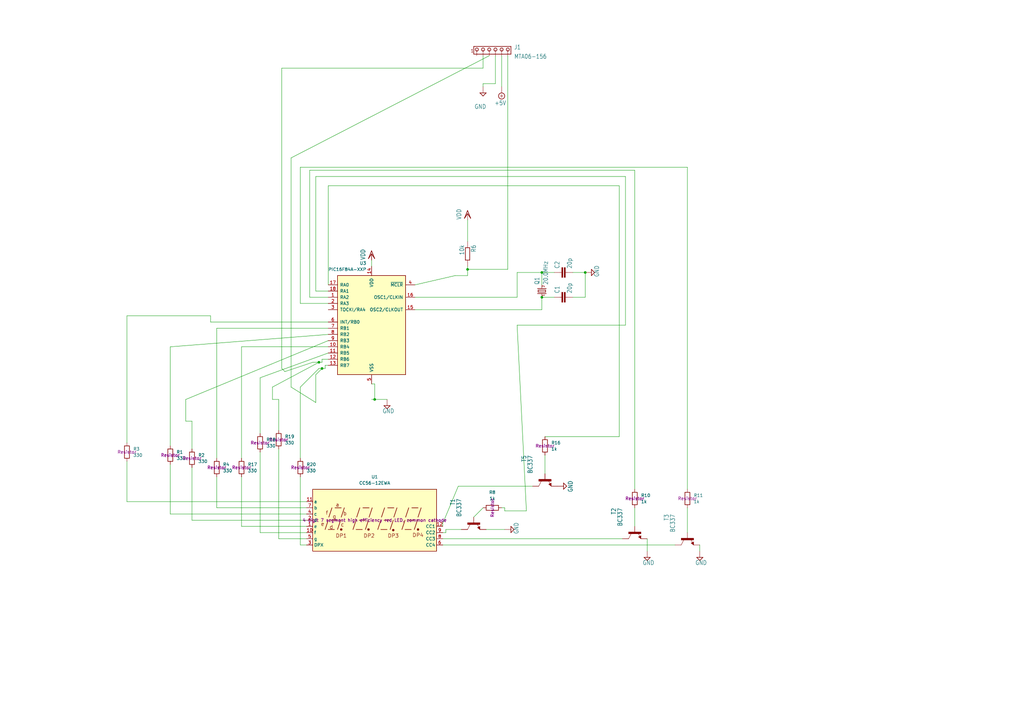
<source format=kicad_sch>
(kicad_sch (version 20250114) (generator "eeschema") (generator_version "9.0")
  (paper "A3")
  (lib_symbols
    (symbol "Device:R" (pin_numbers (hide yes)) (pin_names (offset 0))
      (property "Reference" "R" (at 2.032 0 90))
      (property "Value" "R" (at 0 0 90))
      (symbol "R_0_1"
        (rectangle (start -1.016 -2.54) (end 1.016 2.54) (stroke (width 0.254)))
      )
      (symbol "R_1_1"
        (pin passive line (at 0 3.81 270) (length 1.27) (name "~") (number "1"))
        (pin passive line (at 0 -3.81 90) (length 1.27) (name "~") (number "2"))
      )
    )
    (symbol "Display_Character:CC56-12EWA"
      (property "Reference" "U" (at -24.13 13.97 0))
      (property "Value" "CC56-12EWA" (at 19.05 13.97 0))
      (symbol "CC56-12EWA_0_0"
        (rectangle (start -25.4 12.7) (end 25.4 -12.7) (stroke (width 0.254)) (fill (type background)))
        (polyline (pts (xy -20.32 -3.81) (xy -19.05 0)) (stroke (width 0.254)))
        (polyline (pts (xy -19.05 -3.81) (xy -16.51 -3.81)) (stroke (width 0.254)))
        (polyline (pts (xy -18.796 1.27) (xy -17.526 5.08)) (stroke (width 0.254)))
        (polyline (pts (xy -17.78 0) (xy -15.24 0)) (stroke (width 0.254)))
        (polyline (pts (xy -16.256 5.08) (xy -13.716 5.08)) (stroke (width 0.254)))
        (polyline (pts (xy -15.24 -3.81) (xy -13.97 0)) (stroke (width 0.254)))
        (polyline (pts (xy -13.716 1.27) (xy -12.446 5.08)) (stroke (width 0.254)))
        (polyline (pts (xy -8.89 -3.81) (xy -7.62 0)) (stroke (width 0.254)))
        (polyline (pts (xy -7.62 -3.81) (xy -5.08 -3.81)) (stroke (width 0.254)))
        (polyline (pts (xy -7.366 1.27) (xy -6.096 5.08)) (stroke (width 0.254)))
        (polyline (pts (xy -6.35 0) (xy -3.81 0)) (stroke (width 0.254)))
        (polyline (pts (xy -4.826 5.08) (xy -2.286 5.08)) (stroke (width 0.254)))
        (polyline (pts (xy -3.81 -3.81) (xy -2.54 0)) (stroke (width 0.254)))
        (polyline (pts (xy -2.286 1.27) (xy -1.016 5.08)) (stroke (width 0.254)))
        (polyline (pts (xy 1.27 -3.81) (xy 2.54 0)) (stroke (width 0.254)))
        (polyline (pts (xy 2.54 -3.81) (xy 5.08 -3.81)) (stroke (width 0.254)))
        (polyline (pts (xy 2.794 1.27) (xy 4.064 5.08)) (stroke (width 0.254)))
        (polyline (pts (xy 3.81 0) (xy 6.35 0)) (stroke (width 0.254)))
        (polyline (pts (xy 5.334 5.08) (xy 7.874 5.08)) (stroke (width 0.254)))
        (polyline (pts (xy 6.35 -3.81) (xy 7.62 0)) (stroke (width 0.254)))
        (polyline (pts (xy 7.874 1.27) (xy 9.144 5.08)) (stroke (width 0.254)))
        (polyline (pts (xy 11.176 -3.81) (xy 12.446 0)) (stroke (width 0.254)))
        (polyline (pts (xy 12.446 -3.81) (xy 14.986 -3.81)) (stroke (width 0.254)))
        (polyline (pts (xy 12.7 1.27) (xy 13.97 5.08)) (stroke (width 0.254)))
        (polyline (pts (xy 13.716 0) (xy 16.256 0)) (stroke (width 0.254)))
        (polyline (pts (xy 15.24 5.08) (xy 17.78 5.08)) (stroke (width 0.254)))
        (polyline (pts (xy 16.256 -3.81) (xy 17.526 0)) (stroke (width 0.254)))
        (polyline (pts (xy 17.78 1.27) (xy 19.05 5.08)) (stroke (width 0.254)))
        (text "e" (at -21.336 -1.524 0) (effects (font (size 1.524 1.524))))
        (text "f" (at -19.558 3.048 0) (effects (font (size 1.524 1.524))))
        (text "d" (at -17.78 -2.794 0) (effects (font (size 1.524 1.524))))
        (text "g" (at -16.51 1.524 0) (effects (font (size 1.524 1.524))))
        (text "a" (at -15.24 6.35 0) (effects (font (size 1.524 1.524))))
        (text "DP1" (at -13.716 -6.35 0) (effects (font (size 1.524 1.524))))
        (text "c" (at -13.208 -1.778 0) (effects (font (size 1.524 1.524))))
        (text "b" (at -12.192 2.794 0) (effects (font (size 1.524 1.524))))
        (text "DP2" (at -2.286 -6.35 0) (effects (font (size 1.524 1.524))))
        (text "DP3" (at 7.62 -6.35 0) (effects (font (size 1.524 1.524))))
        (text "DP4" (at 17.78 -6.096 0) (effects (font (size 1.524 1.524))))
      )
      (symbol "CC56-12EWA_0_1"
        (circle (center -13.716 -3.81) (radius 0.3556) (stroke (width 0.254)) (fill (type outline)))
        (circle (center -2.54 -3.81) (radius 0.3556) (stroke (width 0.254)) (fill (type outline)))
      )
      (symbol "CC56-12EWA_1_0"
        (circle (center 7.62 -4.064) (radius 0.3556) (stroke (width 0.254)) (fill (type outline)))
        (circle (center 17.78 -3.81) (radius 0.3556) (stroke (width 0.254)) (fill (type outline)))
      )
      (symbol "CC56-12EWA_1_1"
        (pin input line (at -27.94 7.62 0) (length 2.54) (name "a") (number "11"))
        (pin input line (at -27.94 5.08 0) (length 2.54) (name "b") (number "7"))
        (pin input line (at -27.94 2.54 0) (length 2.54) (name "c") (number "4"))
        (pin input line (at -27.94 0 0) (length 2.54) (name "d") (number "2"))
        (pin input line (at -27.94 -2.54 0) (length 2.54) (name "e") (number "1"))
        (pin input line (at -27.94 -5.08 0) (length 2.54) (name "f") (number "10"))
        (pin input line (at -27.94 -7.62 0) (length 2.54) (name "g") (number "5"))
        (pin input line (at -27.94 -10.16 0) (length 2.54) (name "DPX") (number "3"))
        (pin input line (at 27.94 -2.54 180) (length 2.54) (name "CC1") (number "12"))
        (pin input line (at 27.94 -5.08 180) (length 2.54) (name "CC2") (number "9"))
        (pin input line (at 27.94 -7.62 180) (length 2.54) (name "CC3") (number "8"))
        (pin input line (at 27.94 -10.16 180) (length 2.54) (name "CC4") (number "6"))
      )
    )
    (symbol "MCU_Microchip_PIC16:PIC16F84A-XXP" (pin_names (offset 1.016))
      (property "Reference" "U" (at 2.54 22.86 0))
      (property "Value" "PIC16F84A-XXP" (at 2.54 20.32 0))
      (symbol "PIC16F84A-XXP_0_1"
        (rectangle (start -13.97 19.05) (end 13.97 -21.59) (stroke (width 0.254)) (fill (type background)))
      )
      (symbol "PIC16F84A-XXP_1_1"
        (pin input line (at -17.78 15.24 0) (length 3.81) (name "~{MCLR}") (number "4"))
        (pin input line (at -17.78 10.16 0) (length 3.81) (name "OSC1/CLKIN") (number "16"))
        (pin output line (at -17.78 5.08 0) (length 3.81) (name "OSC2/CLKOUT") (number "15"))
        (pin power_in line (at 0 22.86 270) (length 3.81) (name "VDD") (number "14"))
        (pin power_in line (at 0 -25.4 90) (length 3.81) (name "VSS") (number "5"))
        (pin bidirectional line (at 17.78 15.24 180) (length 3.81) (name "RA0") (number "17"))
        (pin bidirectional line (at 17.78 12.7 180) (length 3.81) (name "RA1") (number "18"))
        (pin bidirectional line (at 17.78 10.16 180) (length 3.81) (name "RA2") (number "1"))
        (pin bidirectional line (at 17.78 7.62 180) (length 3.81) (name "RA3") (number "2"))
        (pin bidirectional line (at 17.78 5.08 180) (length 3.81) (name "TOCKI/RA4") (number "3"))
        (pin bidirectional line (at 17.78 0 180) (length 3.81) (name "INT/RB0") (number "6"))
        (pin bidirectional line (at 17.78 -2.54 180) (length 3.81) (name "RB1") (number "7"))
        (pin bidirectional line (at 17.78 -5.08 180) (length 3.81) (name "RB2") (number "8"))
        (pin bidirectional line (at 17.78 -7.62 180) (length 3.81) (name "RB3") (number "9"))
        (pin bidirectional line (at 17.78 -10.16 180) (length 3.81) (name "RB4") (number "10"))
        (pin bidirectional line (at 17.78 -12.7 180) (length 3.81) (name "RB5") (number "11"))
        (pin bidirectional line (at 17.78 -15.24 180) (length 3.81) (name "RB6") (number "12"))
        (pin bidirectional line (at 17.78 -17.78 180) (length 3.81) (name "RB7") (number "13"))
      )
    )
    (symbol "schemat_regulatora-eagle-import:+5V" (power)
      (property "Value" "+5V" (at -1.905 3.175 0))
      (symbol "+5V_1_0"
        (polyline (pts (xy -0.635 1.27) (xy 0.635 1.27)) (stroke (width 0.1524)))
        (circle (center 0 1.27) (radius 1.27) (stroke (width 0.254)))
        (polyline (pts (xy 0 0.635) (xy 0 1.905)) (stroke (width 0.1524)))
        (pin power_in line (at 0 -2.54 90) (length 2.54) (name "+5V") (number "1"))
      )
    )
    (symbol "schemat_regulatora-eagle-import:BC337"
      (property "Reference" "T" (at -10.16 7.62 0))
      (property "Value" "BC337" (at -10.16 5.08 0))
      (symbol "BC337_1_0"
        (rectangle (start -0.254 -2.54) (end 0.508 2.54) (fill (type outline)))
        (polyline (pts (xy 1.27 -2.54) (xy 1.778 -1.524)) (stroke (width 0.1524)))
        (polyline (pts (xy 1.524 -2.286) (xy 1.905 -2.286)) (stroke (width 0.254)))
        (polyline (pts (xy 1.524 -2.413) (xy 2.286 -2.413)) (stroke (width 0.254)))
        (polyline (pts (xy 1.54 -2.04) (xy 0.308 -1.424)) (stroke (width 0.1524)))
        (polyline (pts (xy 1.778 -1.524) (xy 2.54 -2.54)) (stroke (width 0.1524)))
        (polyline (pts (xy 1.778 -1.778) (xy 1.524 -2.286)) (stroke (width 0.254)))
        (polyline (pts (xy 1.905 -2.286) (xy 1.778 -2.032)) (stroke (width 0.254)))
        (polyline (pts (xy 2.286 -2.413) (xy 1.778 -1.778)) (stroke (width 0.254)))
        (polyline (pts (xy 2.54 2.54) (xy 0.508 1.524)) (stroke (width 0.1524)))
        (polyline (pts (xy 2.54 -2.54) (xy 1.27 -2.54)) (stroke (width 0.1524)))
        (pin passive line (at -2.54 0 0) (length 2.54) (name "B") (number "2"))
        (pin passive line (at 2.54 5.08 270) (length 2.54) (name "C") (number "3"))
        (pin passive line (at 2.54 -5.08 90) (length 2.54) (name "E") (number "1"))
      )
    )
    (symbol "schemat_regulatora-eagle-import:C5/4.5"
      (property "Reference" "C" (at 1.524 0.381 0))
      (property "Value" "C5{slash}4.5" (at 1.524 -4.699 0))
      (symbol "C5/4.5_1_0"
        (rectangle (start -2.032 -1.016) (end 2.032 -0.508) (fill (type outline)))
        (rectangle (start -2.032 -2.032) (end 2.032 -1.524) (fill (type outline)))
        (polyline (pts (xy 0 0) (xy 0 -0.508)) (stroke (width 0.1524)))
        (polyline (pts (xy 0 -2.54) (xy 0 -2.032)) (stroke (width 0.1524)))
        (pin passive line (at 0 2.54 270) (length 2.54) (name "1") (number "1"))
        (pin passive line (at 0 -5.08 90) (length 2.54) (name "2") (number "2"))
      )
    )
    (symbol "schemat_regulatora-eagle-import:CRYSTALHC49S"
      (property "Reference" "Q" (at 2.54 1.016 0))
      (property "Value" "CRYSTALHC49S" (at 2.54 -2.54 0))
      (symbol "CRYSTALHC49S_1_0"
        (polyline (pts (xy -2.54 0) (xy -1.016 0)) (stroke (width 0.1524)))
        (polyline (pts (xy -1.016 1.778) (xy -1.016 -1.778)) (stroke (width 0.254)))
        (polyline (pts (xy -0.381 1.524) (xy -0.381 -1.524)) (stroke (width 0.254)))
        (polyline (pts (xy -0.381 -1.524) (xy 0.381 -1.524)) (stroke (width 0.254)))
        (polyline (pts (xy 0.381 1.524) (xy -0.381 1.524)) (stroke (width 0.254)))
        (polyline (pts (xy 0.381 -1.524) (xy 0.381 1.524)) (stroke (width 0.254)))
        (polyline (pts (xy 1.016 1.778) (xy 1.016 -1.778)) (stroke (width 0.254)))
        (polyline (pts (xy 1.016 0) (xy 2.54 0)) (stroke (width 0.1524)))
        (text "1" (at -2.159 -1.143 0) (effects (font (size 0.8636 0.734)) (justify left bottom)))
        (text "2" (at 1.524 -1.143 0) (effects (font (size 0.8636 0.734)) (justify left bottom)))
        (pin passive line (at -2.54 0 0) (length 0) (name "1") (number "1"))
        (pin passive line (at 2.54 0 180) (length 0) (name "2") (number "2"))
      )
    )
    (symbol "schemat_regulatora-eagle-import:GND" (power)
      (property "Value" "GND" (at -1.905 -3.175 0))
      (symbol "GND_1_0"
        (polyline (pts (xy -1.27 0) (xy 1.27 0)) (stroke (width 0.254)))
        (polyline (pts (xy 0 -1.27) (xy -1.27 0)) (stroke (width 0.254)))
        (polyline (pts (xy 1.27 0) (xy 0 -1.27)) (stroke (width 0.254)))
        (pin power_in line (at 0 2.54 270) (length 2.54) (name "GND") (number "1"))
      )
    )
    (symbol "schemat_regulatora-eagle-import:MTA06-156"
      (property "Reference" "J" (at 15.24 0 0))
      (property "Value" "MTA06-156" (at 15.24 -3.81 0))
      (symbol "MTA06-156_1_0"
        (polyline (pts (xy -1.27 1.27) (xy -1.27 -1.905)) (stroke (width 0.254)))
        (polyline (pts (xy -1.27 1.27) (xy 13.97 1.27)) (stroke (width 0.254)))
        (circle (center 0 0) (radius 0.635) (stroke (width 0.254)))
        (circle (center 2.54 0) (radius 0.635) (stroke (width 0.254)))
        (circle (center 5.08 0) (radius 0.635) (stroke (width 0.254)))
        (circle (center 7.62 0) (radius 0.635) (stroke (width 0.254)))
        (circle (center 10.16 0) (radius 0.635) (stroke (width 0.254)))
        (circle (center 12.7 0) (radius 0.635) (stroke (width 0.254)))
        (polyline (pts (xy 13.97 -1.905) (xy -1.27 -1.905)) (stroke (width 0.254)))
        (polyline (pts (xy 13.97 -1.905) (xy 13.97 1.27)) (stroke (width 0.254)))
        (text "1" (at -2.54 -1.27 0) (effects (font (size 1.27 1.0795)) (justify left bottom)))
        (pin passive line (at 0 -2.54 90) (length 2.54) (name "1") (number "1"))
        (pin passive line (at 2.54 -2.54 90) (length 2.54) (name "2") (number "2"))
        (pin passive line (at 5.08 -2.54 90) (length 2.54) (name "3") (number "3"))
        (pin passive line (at 7.62 -2.54 90) (length 2.54) (name "4") (number "4"))
        (pin passive line (at 10.16 -2.54 90) (length 2.54) (name "5") (number "5"))
        (pin passive line (at 12.7 -2.54 90) (length 2.54) (name "6") (number "6"))
      )
    )
    (symbol "schemat_regulatora-eagle-import:R-EU_0204/7"
      (property "Reference" "R" (at -3.81 1.4986 0))
      (property "Value" "R-EU_0204{slash}7" (at -3.81 -3.302 0))
      (symbol "R-EU_0204/7_1_0"
        (polyline (pts (xy -2.54 -0.889) (xy -2.54 0.889)) (stroke (width 0.254)))
        (polyline (pts (xy -2.54 -0.889) (xy 2.54 -0.889)) (stroke (width 0.254)))
        (polyline (pts (xy 2.54 0.889) (xy -2.54 0.889)) (stroke (width 0.254)))
        (polyline (pts (xy 2.54 -0.889) (xy 2.54 0.889)) (stroke (width 0.254)))
        (pin passive line (at -5.08 0 0) (length 2.54) (name "1") (number "1"))
        (pin passive line (at 5.08 0 180) (length 2.54) (name "2") (number "2"))
      )
    )
    (symbol "schemat_regulatora-eagle-import:VDD" (power)
      (property "Value" "VDD" (at -2.54 -2.54 90))
      (symbol "VDD_1_0"
        (polyline (pts (xy 0 1.27) (xy -1.27 -1.905)) (stroke (width 0.254)))
        (polyline (pts (xy 0 0) (xy -1.27 -1.905)) (stroke (width 0.254)))
        (polyline (pts (xy 1.27 -1.905) (xy 0 1.27)) (stroke (width 0.254)))
        (polyline (pts (xy 1.27 -1.905) (xy 0 0)) (stroke (width 0.254)))
        (pin power_in line (at 0 -2.54 90) (length 2.54) (name "VDD") (number "1"))
      )
    )
  )
  (junction (at 222.25 121.92))
  (junction (at 130.81 148.59))
  (junction (at 240.03 111.76))
  (junction (at 132.08 151.13))
  (junction (at 222.25 111.76))
  (junction (at 191.77 110.49))
  (junction (at 153.67 163.83))
  (wire (pts (xy 88.9 195.58) (xy 88.9 208.28)))
  (wire (pts (xy 208.28 22.86) (xy 208.28 110.49)))
  (wire (pts (xy 99.06 215.9) (xy 125.73 215.9)))
  (wire (pts (xy 212.09 111.76) (xy 222.25 111.76)))
  (wire (pts (xy 205.74 22.86) (xy 205.74 35.56)))
  (wire (pts (xy 127 69.85) (xy 127 121.92)))
  (wire (pts (xy 152.4 163.83) (xy 153.67 163.83)))
  (wire (pts (xy 99.06 215.9) (xy 99.06 195.58)))
  (wire (pts (xy 123.19 158.75) (xy 130.81 151.13)))
  (wire (pts (xy 254 179.07) (xy 223.52 179.07)))
  (wire (pts (xy 129.54 153.67) (xy 132.08 151.13)))
  (wire (pts (xy 134.62 149.86) (xy 133.35 149.86)))
  (wire (pts (xy 78.74 213.36) (xy 125.73 213.36)))
  (wire (pts (xy 133.35 151.13) (xy 132.08 151.13)))
  (wire (pts (xy 223.52 194.31) (xy 223.52 186.69)))
  (wire (pts (xy 123.19 158.75) (xy 123.19 187.96)))
  (wire (pts (xy 123.19 195.58) (xy 123.19 223.52)))
  (wire (pts (xy 260.35 69.85) (xy 260.35 200.66)))
  (wire (pts (xy 132.08 151.13) (xy 130.81 151.13)))
  (wire (pts (xy 181.61 220.98) (xy 255.27 220.98)))
  (wire (pts (xy 123.19 68.58) (xy 281.94 68.58)))
  (wire (pts (xy 170.18 127) (xy 222.25 127)))
  (wire (pts (xy 234.95 121.92) (xy 240.03 121.92)))
  (wire (pts (xy 119.38 64.77) (xy 119.38 158.75)))
  (wire (pts (xy 78.74 191.77) (xy 78.74 213.36)))
  (wire (pts (xy 106.68 185.42) (xy 106.68 218.44)))
  (wire (pts (xy 134.62 147.32) (xy 132.08 147.32)))
  (wire (pts (xy 132.08 148.59) (xy 130.81 148.59)))
  (wire (pts (xy 69.85 142.24) (xy 69.85 182.88)))
  (wire (pts (xy 115.57 27.94) (xy 115.57 151.13)))
  (wire (pts (xy 111.76 158.75) (xy 130.81 148.59)))
  (wire (pts (xy 69.85 190.5) (xy 69.85 210.82)))
  (wire (pts (xy 198.12 27.94) (xy 198.12 22.86)))
  (wire (pts (xy 114.3 184.15) (xy 114.3 220.98)))
  (wire (pts (xy 52.07 129.54) (xy 52.07 181.61)))
  (wire (pts (xy 115.57 27.94) (xy 198.12 27.94)))
  (wire (pts (xy 198.12 34.29) (xy 198.12 35.56)))
  (wire (pts (xy 240.03 111.76) (xy 234.95 111.76)))
  (wire (pts (xy 115.57 151.13) (xy 116.84 152.4)))
  (wire (pts (xy 260.35 69.85) (xy 127 69.85)))
  (wire (pts (xy 181.61 215.9) (xy 181.61 214.63)))
  (wire (pts (xy 133.35 149.86) (xy 133.35 151.13)))
  (wire (pts (xy 212.09 133.35) (xy 256.54 133.35)))
  (wire (pts (xy 212.09 121.92) (xy 212.09 111.76)))
  (wire (pts (xy 256.54 72.39) (xy 129.54 72.39)))
  (wire (pts (xy 254 76.2) (xy 254 179.07)))
  (wire (pts (xy 207.01 208.28) (xy 207.01 209.55)))
  (wire (pts (xy 199.39 217.17) (xy 207.01 217.17)))
  (wire (pts (xy 119.38 158.75) (xy 129.54 165.1)))
  (wire (pts (xy 191.77 109.22) (xy 191.77 110.49)))
  (wire (pts (xy 132.08 147.32) (xy 132.08 148.59)))
  (wire (pts (xy 265.43 226.06) (xy 265.43 220.98)))
  (wire (pts (xy 78.74 172.72) (xy 78.74 184.15)))
  (wire (pts (xy 125.73 205.74) (xy 52.07 205.74)))
  (wire (pts (xy 129.54 119.38) (xy 134.62 119.38)))
  (wire (pts (xy 88.9 208.28) (xy 125.73 208.28)))
  (wire (pts (xy 76.2 172.72) (xy 78.74 172.72)))
  (wire (pts (xy 99.06 142.24) (xy 134.62 142.24)))
  (wire (pts (xy 123.19 124.46) (xy 123.19 68.58)))
  (wire (pts (xy 114.3 220.98) (xy 125.73 220.98)))
  (wire (pts (xy 134.62 137.16) (xy 69.85 142.24)))
  (wire (pts (xy 88.9 134.62) (xy 88.9 187.96)))
  (wire (pts (xy 203.2 22.86) (xy 203.2 34.29)))
  (wire (pts (xy 76.2 163.83) (xy 76.2 172.72)))
  (wire (pts (xy 106.68 218.44) (xy 125.73 218.44)))
  (wire (pts (xy 215.9 209.55) (xy 212.09 133.35)))
  (wire (pts (xy 256.54 133.35) (xy 256.54 72.39)))
  (wire (pts (xy 222.25 116.84) (xy 222.25 111.76)))
  (wire (pts (xy 170.18 121.92) (xy 212.09 121.92)))
  (wire (pts (xy 207.01 209.55) (xy 215.9 209.55)))
  (wire (pts (xy 281.94 208.28) (xy 281.94 218.44)))
  (wire (pts (xy 153.67 163.83) (xy 158.75 163.83)))
  (wire (pts (xy 181.61 218.44) (xy 182.88 218.44)))
  (wire (pts (xy 191.77 90.17) (xy 191.77 99.06)))
  (wire (pts (xy 153.67 157.48) (xy 153.67 163.83)))
  (wire (pts (xy 111.76 158.75) (xy 111.76 163.83)))
  (wire (pts (xy 86.36 132.08) (xy 134.62 132.08)))
  (wire (pts (xy 287.02 226.06) (xy 287.02 223.52)))
  (wire (pts (xy 114.3 163.83) (xy 114.3 176.53)))
  (wire (pts (xy 129.54 165.1) (xy 129.54 153.67)))
  (wire (pts (xy 129.54 72.39) (xy 129.54 119.38)))
  (wire (pts (xy 260.35 208.28) (xy 260.35 215.9)))
  (wire (pts (xy 86.36 129.54) (xy 52.07 129.54)))
  (wire (pts (xy 281.94 68.58) (xy 281.94 200.66)))
  (wire (pts (xy 182.88 218.44) (xy 182.88 217.17)))
  (wire (pts (xy 152.4 109.22) (xy 152.4 106.68)))
  (wire (pts (xy 106.68 154.94) (xy 134.62 144.78)))
  (wire (pts (xy 134.62 116.84) (xy 134.62 76.2)))
  (wire (pts (xy 187.96 199.39) (xy 218.44 199.39)))
  (wire (pts (xy 198.12 208.28) (xy 194.31 212.09)))
  (wire (pts (xy 181.61 223.52) (xy 276.86 223.52)))
  (wire (pts (xy 128.27 148.59) (xy 130.81 148.59)))
  (wire (pts (xy 198.12 34.29) (xy 203.2 34.29)))
  (wire (pts (xy 134.62 76.2) (xy 254 76.2)))
  (wire (pts (xy 240.03 121.92) (xy 240.03 111.76)))
  (wire (pts (xy 208.28 110.49) (xy 191.77 110.49)))
  (wire (pts (xy 222.25 111.76) (xy 227.33 111.76)))
  (wire (pts (xy 69.85 210.82) (xy 125.73 210.82)))
  (wire (pts (xy 186.69 113.03) (xy 170.18 116.84)))
  (wire (pts (xy 86.36 132.08) (xy 86.36 129.54)))
  (wire (pts (xy 99.06 187.96) (xy 99.06 142.24)))
  (wire (pts (xy 116.84 152.4) (xy 128.27 148.59)))
  (wire (pts (xy 222.25 121.92) (xy 227.33 121.92)))
  (wire (pts (xy 134.62 124.46) (xy 123.19 124.46)))
  (wire (pts (xy 207.01 208.28) (xy 205.74 208.28)))
  (wire (pts (xy 52.07 205.74) (xy 52.07 189.23)))
  (wire (pts (xy 191.77 113.03) (xy 191.77 110.49)))
  (wire (pts (xy 222.25 127) (xy 222.25 121.92)))
  (wire (pts (xy 127 121.92) (xy 134.62 121.92)))
  (wire (pts (xy 106.68 154.94) (xy 106.68 177.8)))
  (wire (pts (xy 134.62 139.7) (xy 76.2 163.83)))
  (wire (pts (xy 186.69 113.03) (xy 191.77 113.03)))
  (wire (pts (xy 123.19 223.52) (xy 125.73 223.52)))
  (wire (pts (xy 88.9 134.62) (xy 134.62 134.62)))
  (wire (pts (xy 111.76 163.83) (xy 114.3 163.83)))
  (wire (pts (xy 152.4 157.48) (xy 153.67 157.48)))
  (wire (pts (xy 181.61 214.63) (xy 187.96 199.39)))
  (wire (pts (xy 182.88 217.17) (xy 189.23 217.17)))
  (wire (pts (xy 119.38 64.77) (xy 200.66 22.86)))
  (symbol (lib_id "schemat_regulatora-eagle-import:GND") (at 158.75 166.37 0) (unit 1)
    (property "Reference" "#GND01" (effects (hide yes)))
    (property "Value" "GND" (at 156.845 169.545 0) (effects (font (size 1.778 1.5113)) (justify left bottom)))
    (property "Footprint" "schemat_regulatora:" (effects (hide yes)))
  )
  (symbol (lib_id "MCU_Microchip_PIC16:PIC16F84A-XXP") (at 152.4 132.08 0) (mirror y) (unit 1)
    (property "Reference" "U3" (at 150.2567 107.95 0) (effects (justify left)))
    (property "Value" "PIC16F84A-XXP" (at 150.2567 110.49 0) (effects (justify left)))
    (property "Footprint" "Package_DIP:DIP-18_W7.62mm" (effects (hide yes)))
    (property "Datasheet" "http://ww1.microchip.com/downloads/en/devicedoc/35007b.pdf" (effects (hide yes)))
    (property "Description" "PIC16F84A, 1K Flash, 68B SRAM, 64B EEPROM, DIP18" (effects (hide yes)))
  )
  (symbol (lib_id "schemat_regulatora-eagle-import:BC337") (at 223.52 196.85 90) (mirror x) (unit 1)
    (property "Reference" "T5" (at 215.9 186.69 0) (effects (font (size 1.778 1.5113)) (justify left bottom)))
    (property "Value" "BC337" (at 218.44 186.69 0) (effects (font (size 1.778 1.5113)) (justify left bottom)))
    (property "Footprint" "Package_TO_SOT_THT:TO-92_Inline" (effects (hide yes)))
  )
  (symbol (lib_id "schemat_regulatora-eagle-import:BC337") (at 260.35 218.44 90) (mirror x) (unit 1)
    (property "Reference" "T2" (at 252.73 208.28 0) (effects (font (size 1.778 1.5113)) (justify left bottom)))
    (property "Value" "BC337" (at 255.27 208.28 0) (effects (font (size 1.778 1.5113)) (justify left bottom)))
    (property "Footprint" "Package_TO_SOT_THT:TO-92_Inline" (effects (hide yes)))
  )
  (symbol (lib_id "Device:R") (at 106.68 181.61 180) (unit 1)
    (property "Reference" "R18" (at 109.22 180.3399 0) (effects (justify right)))
    (property "Value" "330" (at 109.22 182.8799 0) (effects (justify right)))
    (property "Footprint" "Resistor_THT:R_Axial_DIN0204_L3.6mm_D1.6mm_P7.62mm_Horizontal" (effects (hide yes)))
    (property "Description" "Resistor" (at 106.68 181.61 0))
  )
  (symbol (lib_id "Device:R") (at 52.07 185.42 180) (unit 1)
    (property "Reference" "R3" (at 54.61 184.1499 0) (effects (justify right)))
    (property "Value" "330" (at 54.61 186.6899 0) (effects (justify right)))
    (property "Footprint" "Resistor_THT:R_Axial_DIN0204_L3.6mm_D1.6mm_P7.62mm_Horizontal" (effects (hide yes)))
    (property "Description" "Resistor" (at 52.07 185.42 0))
  )
  (symbol (lib_id "Device:R") (at 99.06 191.77 180) (unit 1)
    (property "Reference" "R17" (at 101.6 190.4999 0) (effects (justify right)))
    (property "Value" "330" (at 101.6 193.0399 0) (effects (justify right)))
    (property "Footprint" "Resistor_THT:R_Axial_DIN0204_L3.6mm_D1.6mm_P7.62mm_Horizontal" (effects (hide yes)))
    (property "Description" "Resistor" (at 99.06 191.77 0))
  )
  (symbol (lib_id "Device:R") (at 114.3 180.34 180) (unit 1)
    (property "Reference" "R19" (at 116.84 179.0699 0) (effects (justify right)))
    (property "Value" "330" (at 116.84 181.6099 0) (effects (justify right)))
    (property "Footprint" "Resistor_THT:R_Axial_DIN0204_L3.6mm_D1.6mm_P7.62mm_Horizontal" (effects (hide yes)))
    (property "Description" "Resistor" (at 114.3 180.34 0))
  )
  (symbol (lib_id "Device:R") (at 78.74 187.96 180) (unit 1)
    (property "Reference" "R2" (at 81.28 186.6899 0) (effects (justify right)))
    (property "Value" "330" (at 81.28 189.2299 0) (effects (justify right)))
    (property "Footprint" "Resistor_THT:R_Axial_DIN0204_L3.6mm_D1.6mm_P7.62mm_Horizontal" (effects (hide yes)))
    (property "Description" "Resistor" (at 78.74 187.96 0))
  )
  (symbol (lib_id "schemat_regulatora-eagle-import:C5/4.5") (at 229.87 111.76 90) (unit 1)
    (property "Reference" "C2" (at 229.489 110.236 0) (effects (font (size 1.778 1.5113)) (justify left bottom)))
    (property "Value" "20p" (at 234.569 110.236 0) (effects (font (size 1.778 1.5113)) (justify left bottom)))
    (property "Footprint" "Capacitor_THT:C_Disc_D4.3mm_W1.9mm_P5.00mm" (effects (hide yes)))
  )
  (symbol (lib_id "Device:R") (at 123.19 191.77 180) (unit 1)
    (property "Reference" "R20" (at 125.73 190.4999 0) (effects (justify right)))
    (property "Value" "330" (at 125.73 193.0399 0) (effects (justify right)))
    (property "Footprint" "Resistor_THT:R_Axial_DIN0204_L3.6mm_D1.6mm_P7.62mm_Horizontal" (effects (hide yes)))
    (property "Description" "Resistor" (at 123.19 191.77 0))
  )
  (symbol (lib_id "Device:R") (at 88.9 191.77 180) (unit 1)
    (property "Reference" "R4" (at 91.44 190.4999 0) (effects (justify right)))
    (property "Value" "330" (at 91.44 193.0399 0) (effects (justify right)))
    (property "Footprint" "Resistor_THT:R_Axial_DIN0204_L3.6mm_D1.6mm_P7.62mm_Horizontal" (effects (hide yes)))
    (property "Description" "Resistor" (at 88.9 191.77 0))
  )
  (symbol (lib_id "schemat_regulatora-eagle-import:GND") (at 265.43 228.6 0) (unit 1)
    (property "Reference" "#GND04" (effects (hide yes)))
    (property "Value" "GND" (at 263.525 231.775 0) (effects (font (size 1.778 1.5113)) (justify left bottom)))
    (property "Footprint" "schemat_regulatora:" (effects (hide yes)))
  )
  (symbol (lib_id "schemat_regulatora-eagle-import:GND") (at 231.14 199.39 90) (unit 1)
    (property "Reference" "#GND09" (effects (hide yes)))
    (property "Value" "GND" (at 234.95 201.93 0) (effects (font (size 1.778 1.5113)) (justify left bottom)))
    (property "Footprint" "schemat_regulatora:" (effects (hide yes)))
  )
  (symbol (lib_id "Device:R") (at 201.93 208.28 90) (unit 1)
    (property "Reference" "R8" (at 201.93 201.93 90))
    (property "Value" "1k" (at 201.93 204.47 90))
    (property "Footprint" "Resistor_THT:R_Axial_DIN0204_L3.6mm_D1.6mm_P7.62mm_Horizontal" (effects (hide yes)))
    (property "Description" "Resistor" (at 201.93 208.28 0))
  )
  (symbol (lib_id "Device:R") (at 69.85 186.69 180) (unit 1)
    (property "Reference" "R1" (at 72.39 185.4199 0) (effects (justify right)))
    (property "Value" "330" (at 72.39 187.9599 0) (effects (justify right)))
    (property "Footprint" "Resistor_THT:R_Axial_DIN0204_L3.6mm_D1.6mm_P7.62mm_Horizontal" (effects (hide yes)))
    (property "Description" "Resistor" (at 69.85 186.69 0))
  )
  (symbol (lib_id "schemat_regulatora-eagle-import:GND") (at 198.12 38.1 0) (unit 1)
    (property "Reference" "#GND03" (effects (hide yes)))
    (property "Value" "GND" (at 194.564 44.704 0) (effects (font (size 1.778 1.5113)) (justify left bottom)))
    (property "Footprint" "schemat_regulatora:" (effects (hide yes)))
  )
  (symbol (lib_id "schemat_regulatora-eagle-import:GND") (at 242.57 111.76 90) (unit 1)
    (property "Reference" "#SUPPLY01" (effects (hide yes)))
    (property "Value" "GND" (at 245.745 113.665 0) (effects (font (size 1.778 1.5113)) (justify left bottom)))
    (property "Footprint" "schemat_regulatora:" (effects (hide yes)))
  )
  (symbol (lib_id "Display_Character:CC56-12EWA") (at 153.67 213.36 0) (unit 1)
    (property "Reference" "U1" (at 153.67 195.58 0))
    (property "Value" "CC56-12EWA" (at 153.67 198.12 0))
    (property "Footprint" "Display_7Segment:CA56-12EWA" (effects (hide yes)))
    (property "Datasheet" "http://www.kingbrightusa.com/images/catalog/SPEC/CA56-12EWA.pdf" (effects (hide yes)))
    (property "Description" "4 digit 7 segment high efficiency red LED, common cathode" (at 153.67 213.36 0))
  )
  (symbol (lib_id "Device:R") (at 260.35 204.47 180) (unit 1)
    (property "Reference" "R10" (at 262.89 203.1999 0) (effects (justify right)))
    (property "Value" "1k" (at 262.89 205.7399 0) (effects (justify right)))
    (property "Footprint" "Resistor_THT:R_Axial_DIN0204_L3.6mm_D1.6mm_P7.62mm_Horizontal" (effects (hide yes)))
    (property "Description" "Resistor" (at 260.35 204.47 0))
  )
  (symbol (lib_id "schemat_regulatora-eagle-import:GND") (at 287.02 228.6 0) (unit 1)
    (property "Reference" "#GND05" (effects (hide yes)))
    (property "Value" "GND" (at 285.115 231.775 0) (effects (font (size 1.778 1.5113)) (justify left bottom)))
    (property "Footprint" "schemat_regulatora:" (effects (hide yes)))
  )
  (symbol (lib_id "schemat_regulatora-eagle-import:MTA06-156") (at 195.58 20.32 0) (unit 1)
    (property "Reference" "J1" (at 210.82 20.32 0) (effects (font (size 1.778 1.5113)) (justify left bottom)))
    (property "Value" "MTA06-156" (at 210.82 24.13 0) (effects (font (size 1.778 1.5113)) (justify left bottom)))
    (property "Footprint" "Connector_Molex:Molex_KK-254_AE-6410-06A_1x06_P2.54mm_Vertical" (effects (hide yes)))
  )
  (symbol (lib_id "schemat_regulatora-eagle-import:VDD") (at 152.4 104.14 0) (unit 1)
    (property "Reference" "#VDD04" (effects (hide yes)))
    (property "Value" "VDD" (at 149.86 106.68 90) (effects (font (size 1.778 1.5113)) (justify left bottom)))
    (property "Footprint" "schemat_regulatora:" (effects (hide yes)))
  )
  (symbol (lib_id "schemat_regulatora-eagle-import:BC337") (at 281.94 220.98 90) (mirror x) (unit 1)
    (property "Reference" "T3" (at 274.32 210.82 0) (effects (font (size 1.778 1.5113)) (justify left bottom)))
    (property "Value" "BC337" (at 276.86 210.82 0) (effects (font (size 1.778 1.5113)) (justify left bottom)))
    (property "Footprint" "Package_TO_SOT_THT:TO-92_Inline" (effects (hide yes)))
  )
  (symbol (lib_id "schemat_regulatora-eagle-import:+5V") (at 205.74 38.1 180) (unit 1)
    (property "Reference" "#SUPPLY05" (effects (hide yes)))
    (property "Value" "+5V" (at 207.645 41.275 0) (effects (font (size 1.778 1.5113)) (justify left bottom)))
    (property "Footprint" "schemat_regulatora:" (effects (hide yes)))
  )
  (symbol (lib_id "schemat_regulatora-eagle-import:R-EU_0204/7") (at 191.77 104.14 270) (unit 1)
    (property "Reference" "R6" (at 193.2686 100.33 0) (effects (font (size 1.778 1.5113)) (justify left bottom)))
    (property "Value" "10k" (at 188.468 100.33 0) (effects (font (size 1.778 1.5113)) (justify left bottom)))
    (property "Footprint" "Resistor_THT:R_Axial_DIN0204_L3.6mm_D1.6mm_P7.62mm_Horizontal" (effects (hide yes)))
  )
  (symbol (lib_id "schemat_regulatora-eagle-import:BC337") (at 194.31 214.63 90) (mirror x) (unit 1)
    (property "Reference" "T1" (at 186.69 204.47 0) (effects (font (size 1.778 1.5113)) (justify left bottom)))
    (property "Value" "BC337" (at 189.23 204.47 0) (effects (font (size 1.778 1.5113)) (justify left bottom)))
    (property "Footprint" "Package_TO_SOT_THT:TO-92_Inline" (effects (hide yes)))
  )
  (symbol (lib_id "schemat_regulatora-eagle-import:C5/4.5") (at 229.87 121.92 90) (unit 1)
    (property "Reference" "C1" (at 229.489 120.396 0) (effects (font (size 1.778 1.5113)) (justify left bottom)))
    (property "Value" "20p" (at 234.569 120.396 0) (effects (font (size 1.778 1.5113)) (justify left bottom)))
    (property "Footprint" "Capacitor_THT:C_Disc_D4.3mm_W1.9mm_P5.00mm" (effects (hide yes)))
  )
  (symbol (lib_id "Device:R") (at 281.94 204.47 180) (unit 1)
    (property "Reference" "R11" (at 284.48 203.1999 0) (effects (justify right)))
    (property "Value" "1k" (at 284.48 205.7399 0) (effects (justify right)))
    (property "Footprint" "Resistor_THT:R_Axial_DIN0204_L3.6mm_D1.6mm_P7.62mm_Horizontal" (effects (hide yes)))
    (property "Description" "Resistor" (at 281.94 204.47 0))
  )
  (symbol (lib_id "Device:R") (at 223.52 182.88 180) (unit 1)
    (property "Reference" "R16" (at 226.06 181.6099 0) (effects (justify right)))
    (property "Value" "1k" (at 226.06 184.1499 0) (effects (justify right)))
    (property "Footprint" "Resistor_THT:R_Axial_DIN0204_L3.6mm_D1.6mm_P7.62mm_Horizontal" (effects (hide yes)))
    (property "Description" "Resistor" (at 223.52 182.88 0))
  )
  (symbol (lib_id "schemat_regulatora-eagle-import:CRYSTALHC49S") (at 222.25 119.38 90) (unit 1)
    (property "Reference" "Q1" (at 221.234 116.84 0) (effects (font (size 1.778 1.5113)) (justify left bottom)))
    (property "Value" "20.0MHz" (at 224.79 116.84 0) (effects (font (size 1.778 1.5113)) (justify left bottom)))
    (property "Footprint" "Crystal:Crystal_HC18-U_Vertical" (effects (hide yes)))
  )
  (symbol (lib_id "schemat_regulatora-eagle-import:GND") (at 209.55 217.17 90) (unit 1)
    (property "Reference" "#GND02" (effects (hide yes)))
    (property "Value" "GND" (at 212.725 219.075 0) (effects (font (size 1.778 1.5113)) (justify left bottom)))
    (property "Footprint" "schemat_regulatora:" (effects (hide yes)))
  )
  (symbol (lib_id "schemat_regulatora-eagle-import:VDD") (at 191.77 87.63 0) (unit 1)
    (property "Reference" "#VDD02" (effects (hide yes)))
    (property "Value" "VDD" (at 189.23 90.17 90) (effects (font (size 1.778 1.5113)) (justify left bottom)))
    (property "Footprint" "schemat_regulatora:" (effects (hide yes)))
  )
)
</source>
